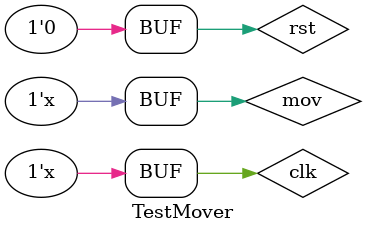
<source format=sv>
module TestMover();
	logic clk, rst, mov;
	logic [3:0] salida;
	
	Mover mover (clk, rst, mov, salida);

	initial
		begin
		clk = 0;
		mov = 0;
		rst = 1;
		#5;
		rst = 0;
		end
	
	always
		begin
		clk = ~clk; #5;
		end
	always
		begin
		mov = ~mov; #10;
		end
endmodule 
</source>
